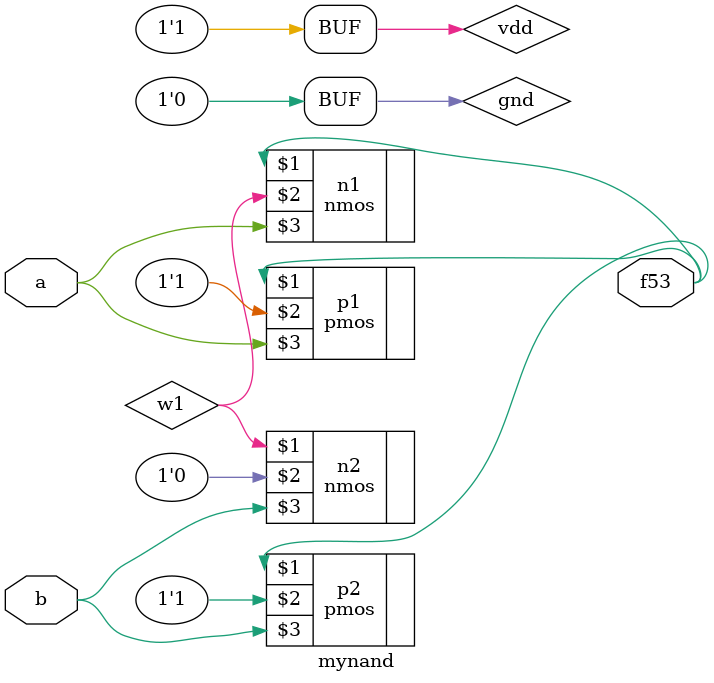
<source format=v>
`timescale 1ns / 1ps
module mixedfourand(
    input a,
    input b,
    input c,
    input d,
    output f
    );
	 wire w1,w2,w3;
	 mynand m1(a,b,w1);
	 mynand m2(c,d,w2);
	 mynor m3(w1,w2,f);
	 
endmodule


module mynor(
    input a,
    input b,
    output f
    );
	 supply0 gnd;
	 supply1 vdd;
	 wire w1,w2,w3,w4;
	 pmos p1(w1,vdd,a);
	 pmos p2(f,w1,b);
	 nmos n1(f,gnd,a);
	 nmos n2(f,gnd,b);


endmodule


module mynand(
    input a,
    input b,
    output f53
    );
	 wire w1;
	 supply1 vdd;
	 supply0 gnd;
	 pmos p1(f53,vdd,a);
	 pmos p2(f53,vdd,b);
	 nmos n1(f53,w1,a);
	 nmos n2(w1,gnd,b);

endmodule

</source>
